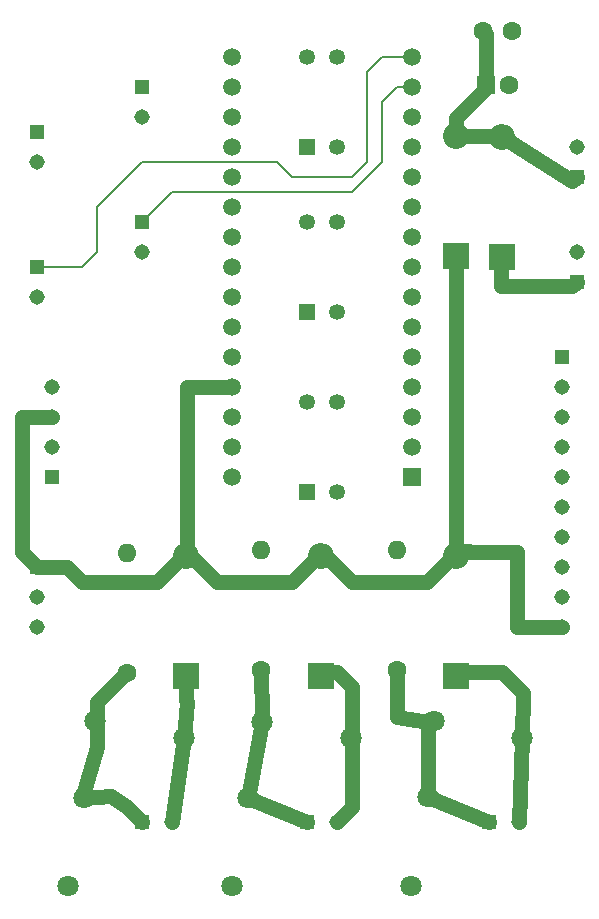
<source format=gbr>
G04 #@! TF.GenerationSoftware,KiCad,Pcbnew,5.1.6-c6e7f7d~87~ubuntu18.04.1*
G04 #@! TF.CreationDate,2020-07-27T15:47:09+09:00*
G04 #@! TF.ProjectId,001,3030312e-6b69-4636-9164-5f7063625858,rev?*
G04 #@! TF.SameCoordinates,Original*
G04 #@! TF.FileFunction,Copper,L1,Top*
G04 #@! TF.FilePolarity,Positive*
%FSLAX46Y46*%
G04 Gerber Fmt 4.6, Leading zero omitted, Abs format (unit mm)*
G04 Created by KiCad (PCBNEW 5.1.6-c6e7f7d~87~ubuntu18.04.1) date 2020-07-27 15:47:09*
%MOMM*%
%LPD*%
G01*
G04 APERTURE LIST*
G04 #@! TA.AperFunction,ComponentPad*
%ADD10O,2.200000X2.200000*%
G04 #@! TD*
G04 #@! TA.AperFunction,ComponentPad*
%ADD11R,2.200000X2.200000*%
G04 #@! TD*
G04 #@! TA.AperFunction,ComponentPad*
%ADD12C,1.800000*%
G04 #@! TD*
G04 #@! TA.AperFunction,ComponentPad*
%ADD13C,1.508000*%
G04 #@! TD*
G04 #@! TA.AperFunction,ComponentPad*
%ADD14R,1.508000X1.508000*%
G04 #@! TD*
G04 #@! TA.AperFunction,ComponentPad*
%ADD15C,1.308000*%
G04 #@! TD*
G04 #@! TA.AperFunction,ComponentPad*
%ADD16R,1.308000X1.308000*%
G04 #@! TD*
G04 #@! TA.AperFunction,ComponentPad*
%ADD17C,1.350000*%
G04 #@! TD*
G04 #@! TA.AperFunction,ComponentPad*
%ADD18R,1.350000X1.350000*%
G04 #@! TD*
G04 #@! TA.AperFunction,ComponentPad*
%ADD19C,1.600000*%
G04 #@! TD*
G04 #@! TA.AperFunction,ComponentPad*
%ADD20R,1.600000X1.600000*%
G04 #@! TD*
G04 #@! TA.AperFunction,ComponentPad*
%ADD21O,1.600000X1.600000*%
G04 #@! TD*
G04 #@! TA.AperFunction,Conductor*
%ADD22C,1.250000*%
G04 #@! TD*
G04 #@! TA.AperFunction,Conductor*
%ADD23C,1.270000*%
G04 #@! TD*
G04 #@! TA.AperFunction,Conductor*
%ADD24C,0.152400*%
G04 #@! TD*
G04 APERTURE END LIST*
D10*
G04 #@! TO.P,D5,2*
G04 #@! TO.N,/5V_MPU*
X138430000Y-113030000D03*
D11*
G04 #@! TO.P,D5,1*
G04 #@! TO.N,Net-(CN7-PadP$2)*
X138430000Y-123190000D03*
G04 #@! TD*
D10*
G04 #@! TO.P,D4,2*
G04 #@! TO.N,/5V_MPU*
X149860000Y-113030000D03*
D11*
G04 #@! TO.P,D4,1*
G04 #@! TO.N,Net-(CN6-PadP$2)*
X149860000Y-123190000D03*
G04 #@! TD*
D10*
G04 #@! TO.P,D3,2*
G04 #@! TO.N,/5V_MPU*
X161290000Y-113030000D03*
D11*
G04 #@! TO.P,D3,1*
G04 #@! TO.N,Net-(CN5-PadP$2)*
X161290000Y-123190000D03*
G04 #@! TD*
D10*
G04 #@! TO.P,D2,2*
G04 #@! TO.N,/5V_M*
X165176200Y-77495400D03*
D11*
G04 #@! TO.P,D2,1*
G04 #@! TO.N,/5V_JDV*
X165176200Y-87655400D03*
G04 #@! TD*
D10*
G04 #@! TO.P,D1,2*
G04 #@! TO.N,/5V_M*
X161290000Y-77470000D03*
D11*
G04 #@! TO.P,D1,1*
G04 #@! TO.N,/5V_MPU*
X161290000Y-87630000D03*
G04 #@! TD*
D12*
G04 #@! TO.P,RV6,2*
G04 #@! TO.N,GND*
X128444800Y-140951600D03*
G04 #@! TO.P,RV6,1*
G04 #@! TO.N,Net-(CN7-PadP$1)*
X129844800Y-133451600D03*
G04 #@! TD*
G04 #@! TO.P,RV1,2*
G04 #@! TO.N,Net-(CN5-PadP$1)*
X159428800Y-126971600D03*
G04 #@! TO.P,RV1,1*
G04 #@! TO.N,Net-(CN5-PadP$2)*
X166928800Y-128371600D03*
G04 #@! TD*
G04 #@! TO.P,RV2,2*
G04 #@! TO.N,GND*
X157505400Y-140919200D03*
G04 #@! TO.P,RV2,1*
G04 #@! TO.N,Net-(CN5-PadP$1)*
X158905400Y-133419200D03*
G04 #@! TD*
G04 #@! TO.P,RV3,2*
G04 #@! TO.N,Net-(CN6-PadP$1)*
X144874600Y-127022400D03*
G04 #@! TO.P,RV3,1*
G04 #@! TO.N,Net-(CN6-PadP$2)*
X152374600Y-128422400D03*
G04 #@! TD*
G04 #@! TO.P,RV4,2*
G04 #@! TO.N,GND*
X142313200Y-140977000D03*
G04 #@! TO.P,RV4,1*
G04 #@! TO.N,Net-(CN6-PadP$1)*
X143713200Y-133477000D03*
G04 #@! TD*
G04 #@! TO.P,RV5,2*
G04 #@! TO.N,Net-(CN7-PadP$1)*
X130777600Y-126997000D03*
G04 #@! TO.P,RV5,1*
G04 #@! TO.N,Net-(CN7-PadP$2)*
X138277600Y-128397000D03*
G04 #@! TD*
D13*
G04 #@! TO.P,M1,J2.15*
G04 #@! TO.N,Net-(CN10-PadP$1)*
X142316100Y-70708600D03*
G04 #@! TO.P,M1,J2.14*
G04 #@! TO.N,3V3*
X142316100Y-73248600D03*
G04 #@! TO.P,M1,J2.13*
G04 #@! TO.N,Net-(M1-PadJ2.13)*
X142316100Y-75788600D03*
G04 #@! TO.P,M1,J1.15*
G04 #@! TO.N,Net-(CN8-PadP$1)*
X157556100Y-70708600D03*
G04 #@! TO.P,M1,J1.14*
G04 #@! TO.N,Net-(CN9-PadP$1)*
X157556100Y-73248600D03*
G04 #@! TO.P,M1,J1.13*
G04 #@! TO.N,Net-(CN11-PadP$1)*
X157556100Y-75788600D03*
G04 #@! TO.P,M1,J2.7*
G04 #@! TO.N,Net-(CN4-PadP$1)*
X142316100Y-91028600D03*
G04 #@! TO.P,M1,J2.10*
G04 #@! TO.N,Net-(M1-PadJ2.10)*
X142316100Y-83408600D03*
G04 #@! TO.P,M1,J2.12*
G04 #@! TO.N,Net-(CN12-PadP$2)*
X142316100Y-78328600D03*
G04 #@! TO.P,M1,J2.11*
G04 #@! TO.N,Net-(M1-PadJ2.11)*
X142316100Y-80868600D03*
G04 #@! TO.P,M1,J2.9*
G04 #@! TO.N,Net-(M1-PadJ2.9)*
X142316100Y-85948600D03*
G04 #@! TO.P,M1,J2.8*
G04 #@! TO.N,Net-(CN4-PadP$2)*
X142316100Y-88488600D03*
G04 #@! TO.P,M1,J2.6*
G04 #@! TO.N,Net-(M1-PadJ2.6)*
X142316100Y-93568600D03*
G04 #@! TO.P,M1,J2.5*
G04 #@! TO.N,Net-(M1-PadJ2.5)*
X142316100Y-96108600D03*
G04 #@! TO.P,M1,J2.4*
G04 #@! TO.N,/5V_MPU*
X142316100Y-98648600D03*
G04 #@! TO.P,M1,J2.3*
G04 #@! TO.N,Net-(M1-PadJ2.3)*
X142316100Y-101188600D03*
G04 #@! TO.P,M1,J2.2*
G04 #@! TO.N,GND*
X142316100Y-103728600D03*
G04 #@! TO.P,M1,J2.1*
G04 #@! TO.N,VIN*
X142316100Y-106268600D03*
G04 #@! TO.P,M1,J1.12*
G04 #@! TO.N,Net-(M1-PadJ1.12)*
X157556100Y-78328600D03*
G04 #@! TO.P,M1,J1.11*
G04 #@! TO.N,Net-(M1-PadJ1.11)*
X157556100Y-80868600D03*
G04 #@! TO.P,M1,J1.10*
G04 #@! TO.N,Net-(M1-PadJ1.10)*
X157556100Y-83408600D03*
G04 #@! TO.P,M1,J1.9*
G04 #@! TO.N,Net-(M1-PadJ1.9)*
X157556100Y-85948600D03*
G04 #@! TO.P,M1,J1.8*
G04 #@! TO.N,Net-(CN3-PadP$2)*
X157556100Y-88488600D03*
G04 #@! TO.P,M1,J1.7*
G04 #@! TO.N,Net-(CN3-PadP$4)*
X157556100Y-91028600D03*
G04 #@! TO.P,M1,J1.6*
G04 #@! TO.N,Net-(CN3-PadP$6)*
X157556100Y-93568600D03*
G04 #@! TO.P,M1,J1.5*
G04 #@! TO.N,Net-(CN3-PadP$8)*
X157556100Y-96108600D03*
G04 #@! TO.P,M1,J1.4*
G04 #@! TO.N,GND*
X157556100Y-98648600D03*
G04 #@! TO.P,M1,J1.3*
G04 #@! TO.N,Net-(M1-PadJ1.3)*
X157556100Y-101188600D03*
G04 #@! TO.P,M1,J1.2*
G04 #@! TO.N,Net-(M1-PadJ1.2)*
X157556100Y-103728600D03*
D14*
G04 #@! TO.P,M1,J1.1*
G04 #@! TO.N,Net-(M1-PadJ1.1)*
X157556100Y-106268600D03*
G04 #@! TD*
D15*
G04 #@! TO.P,CN1,P$2*
G04 #@! TO.N,GND*
X171526100Y-78328600D03*
D16*
G04 #@! TO.P,CN1,P$1*
G04 #@! TO.N,/5V_M*
X171526100Y-80868600D03*
G04 #@! TD*
D15*
G04 #@! TO.P,CN5,P$2*
G04 #@! TO.N,Net-(CN5-PadP$2)*
X166624000Y-135478600D03*
D16*
G04 #@! TO.P,CN5,P$1*
G04 #@! TO.N,Net-(CN5-PadP$1)*
X164084000Y-135478600D03*
G04 #@! TD*
D15*
G04 #@! TO.P,CN6,P$2*
G04 #@! TO.N,Net-(CN6-PadP$2)*
X151206100Y-135478600D03*
D16*
G04 #@! TO.P,CN6,P$1*
G04 #@! TO.N,Net-(CN6-PadP$1)*
X148666100Y-135478600D03*
G04 #@! TD*
D15*
G04 #@! TO.P,CN3,P$10*
G04 #@! TO.N,/5V_MPU*
X170256100Y-118968600D03*
G04 #@! TO.P,CN3,P$9*
G04 #@! TO.N,Net-(CN3-PadP$8)*
X170256100Y-116428600D03*
G04 #@! TO.P,CN3,P$8*
X170256100Y-113888600D03*
G04 #@! TO.P,CN3,P$7*
G04 #@! TO.N,Net-(CN3-PadP$6)*
X170256100Y-111348600D03*
G04 #@! TO.P,CN3,P$6*
X170256100Y-108808600D03*
G04 #@! TO.P,CN3,P$5*
G04 #@! TO.N,Net-(CN3-PadP$4)*
X170256100Y-106268600D03*
G04 #@! TO.P,CN3,P$4*
X170256100Y-103728600D03*
G04 #@! TO.P,CN3,P$3*
G04 #@! TO.N,Net-(CN3-PadP$2)*
X170256100Y-101188600D03*
G04 #@! TO.P,CN3,P$2*
X170256100Y-98648600D03*
D16*
G04 #@! TO.P,CN3,P$1*
G04 #@! TO.N,Net-(CN3-PadP$1)*
X170256100Y-96108600D03*
G04 #@! TD*
D15*
G04 #@! TO.P,CN2,P$2*
G04 #@! TO.N,GND*
X171526100Y-87218600D03*
D16*
G04 #@! TO.P,CN2,P$1*
G04 #@! TO.N,/5V_JDV*
X171526100Y-89758600D03*
G04 #@! TD*
D15*
G04 #@! TO.P,CN8,P$2*
G04 #@! TO.N,GND*
X125806100Y-91028600D03*
D16*
G04 #@! TO.P,CN8,P$1*
G04 #@! TO.N,Net-(CN8-PadP$1)*
X125806100Y-88488600D03*
G04 #@! TD*
D17*
G04 #@! TO.P,U1,4*
G04 #@! TO.N,Net-(M1-PadJ1.1)*
X148666100Y-84678600D03*
G04 #@! TO.P,U1,3*
G04 #@! TO.N,GND*
X151206100Y-84678600D03*
G04 #@! TO.P,U1,2*
X151206100Y-92298600D03*
D18*
G04 #@! TO.P,U1,1*
G04 #@! TO.N,Net-(R1-Pad2)*
X148666100Y-92298600D03*
G04 #@! TD*
D17*
G04 #@! TO.P,U2,4*
G04 #@! TO.N,Net-(M1-PadJ1.2)*
X148666100Y-99918600D03*
G04 #@! TO.P,U2,3*
G04 #@! TO.N,GND*
X151206100Y-99918600D03*
G04 #@! TO.P,U2,2*
X151206100Y-107538600D03*
D18*
G04 #@! TO.P,U2,1*
G04 #@! TO.N,Net-(R2-Pad2)*
X148666100Y-107538600D03*
G04 #@! TD*
D15*
G04 #@! TO.P,CN4,P$4*
G04 #@! TO.N,GND*
X127076100Y-98648600D03*
G04 #@! TO.P,CN4,P$3*
G04 #@! TO.N,/5V_MPU*
X127076100Y-101188600D03*
G04 #@! TO.P,CN4,P$2*
G04 #@! TO.N,Net-(CN4-PadP$2)*
X127076100Y-103728600D03*
D16*
G04 #@! TO.P,CN4,P$1*
G04 #@! TO.N,Net-(CN4-PadP$1)*
X127076100Y-106268600D03*
G04 #@! TD*
D15*
G04 #@! TO.P,CN9,P$2*
G04 #@! TO.N,GND*
X134696100Y-87218600D03*
D16*
G04 #@! TO.P,CN9,P$1*
G04 #@! TO.N,Net-(CN9-PadP$1)*
X134696100Y-84678600D03*
G04 #@! TD*
D15*
G04 #@! TO.P,CN11,P$2*
G04 #@! TO.N,GND*
X134696100Y-75788600D03*
D16*
G04 #@! TO.P,CN11,P$1*
G04 #@! TO.N,Net-(CN11-PadP$1)*
X134696100Y-73248600D03*
G04 #@! TD*
D15*
G04 #@! TO.P,CN12,P$3*
G04 #@! TO.N,GND*
X125806100Y-118968600D03*
G04 #@! TO.P,CN12,P$2*
G04 #@! TO.N,Net-(CN12-PadP$2)*
X125806100Y-116428600D03*
D16*
G04 #@! TO.P,CN12,P$1*
G04 #@! TO.N,/5V_MPU*
X125806100Y-113888600D03*
G04 #@! TD*
D17*
G04 #@! TO.P,U3,4*
G04 #@! TO.N,Net-(M1-PadJ1.12)*
X148666100Y-70708600D03*
G04 #@! TO.P,U3,3*
G04 #@! TO.N,GND*
X151206100Y-70708600D03*
G04 #@! TO.P,U3,2*
X151206100Y-78328600D03*
D18*
G04 #@! TO.P,U3,1*
G04 #@! TO.N,Net-(R3-Pad2)*
X148666100Y-78328600D03*
G04 #@! TD*
D15*
G04 #@! TO.P,CN7,P$2*
G04 #@! TO.N,Net-(CN7-PadP$2)*
X137236100Y-135478600D03*
D16*
G04 #@! TO.P,CN7,P$1*
G04 #@! TO.N,Net-(CN7-PadP$1)*
X134696100Y-135478600D03*
G04 #@! TD*
D15*
G04 #@! TO.P,CN10,P$2*
G04 #@! TO.N,GND*
X125806100Y-79598600D03*
D16*
G04 #@! TO.P,CN10,P$1*
G04 #@! TO.N,Net-(CN10-PadP$1)*
X125806100Y-77058600D03*
G04 #@! TD*
D19*
G04 #@! TO.P,C2,1*
G04 #@! TO.N,/5V_M*
X163576000Y-68580000D03*
G04 #@! TO.P,C2,2*
G04 #@! TO.N,GND*
X166076000Y-68580000D03*
G04 #@! TD*
D20*
G04 #@! TO.P,C1,1*
G04 #@! TO.N,/5V_M*
X163830000Y-73152000D03*
D19*
G04 #@! TO.P,C1,2*
G04 #@! TO.N,GND*
X165830000Y-73152000D03*
G04 #@! TD*
D21*
G04 #@! TO.P,R1,2*
G04 #@! TO.N,Net-(R1-Pad2)*
X156286100Y-112522000D03*
D19*
G04 #@! TO.P,R1,1*
G04 #@! TO.N,Net-(CN5-PadP$1)*
X156286100Y-122682000D03*
G04 #@! TD*
G04 #@! TO.P,R2,1*
G04 #@! TO.N,Net-(CN6-PadP$1)*
X144780000Y-122682000D03*
D21*
G04 #@! TO.P,R2,2*
G04 #@! TO.N,Net-(R2-Pad2)*
X144780000Y-112522000D03*
G04 #@! TD*
D19*
G04 #@! TO.P,R3,1*
G04 #@! TO.N,Net-(CN7-PadP$1)*
X133426100Y-122936000D03*
D21*
G04 #@! TO.P,R3,2*
G04 #@! TO.N,Net-(R3-Pad2)*
X133426100Y-112776000D03*
G04 #@! TD*
D22*
G04 #@! TO.N,/5V_M*
X161290000Y-75946000D02*
X163830000Y-73406000D01*
X161290000Y-77470000D02*
X161290000Y-75946000D01*
X163830000Y-68834000D02*
X163576000Y-68580000D01*
X163830000Y-73406000D02*
X163830000Y-68834000D01*
X161290000Y-77470000D02*
X165100000Y-77470000D01*
X171114700Y-81280000D02*
X171526100Y-80868600D01*
X165100000Y-77470000D02*
X171114700Y-81280000D01*
D23*
G04 #@! TO.N,Net-(CN5-PadP$2)*
X166994750Y-124597250D02*
X166928800Y-128371600D01*
X161366100Y-122778600D02*
X165176100Y-122778600D01*
X165176100Y-122778600D02*
X166994750Y-124597250D01*
X166928800Y-128371600D02*
X166624000Y-135478600D01*
G04 #@! TO.N,Net-(CN5-PadP$1)*
X158905400Y-127495000D02*
X158905400Y-133419200D01*
X159428800Y-126971600D02*
X158905400Y-127495000D01*
X158905400Y-133419200D02*
X164084000Y-135478600D01*
X158443100Y-126971600D02*
X159428800Y-126971600D01*
X156286100Y-122682000D02*
X156286100Y-126588600D01*
X156286100Y-126588600D02*
X158443100Y-126971600D01*
G04 #@! TO.N,Net-(CN6-PadP$2)*
X152476100Y-126588600D02*
X152476100Y-124048600D01*
X149936100Y-122778600D02*
X151206100Y-122778600D01*
X152476100Y-124048600D02*
X151206100Y-122778600D01*
X151206100Y-135478600D02*
X152476100Y-134208600D01*
X152476100Y-126588600D02*
X152476100Y-134208600D01*
G04 #@! TO.N,Net-(CN6-PadP$1)*
X143713200Y-133477000D02*
X148666100Y-135478600D01*
X144874600Y-127022400D02*
X143713200Y-133477000D01*
X144856100Y-126588600D02*
X144874600Y-127022400D01*
X144780000Y-122682000D02*
X144856100Y-126588600D01*
D24*
G04 #@! TO.N,Net-(CN8-PadP$1)*
X129616100Y-88488600D02*
X130886100Y-87218600D01*
X130886100Y-87218600D02*
X130886100Y-83408600D01*
X130886100Y-83408600D02*
X134696100Y-79598600D01*
X134696100Y-79598600D02*
X146126100Y-79598600D01*
X146126100Y-79598600D02*
X147396100Y-80868600D01*
X147396100Y-80868600D02*
X152476100Y-80868600D01*
X152476100Y-80868600D02*
X153746100Y-79598600D01*
X153746100Y-79598600D02*
X153746100Y-71978600D01*
X153746100Y-71978600D02*
X155016100Y-70708600D01*
X155016100Y-70708600D02*
X157556100Y-70708600D01*
X125806100Y-88488600D02*
X129616100Y-88488600D01*
G04 #@! TO.N,Net-(CN9-PadP$1)*
X134696100Y-84678600D02*
X137236100Y-82138600D01*
X137236100Y-82138600D02*
X152476100Y-82138600D01*
X152476100Y-82138600D02*
X155016100Y-79598600D01*
X155016100Y-79598600D02*
X155016100Y-74518600D01*
X155016100Y-74518600D02*
X156286100Y-73248600D01*
X156286100Y-73248600D02*
X157556100Y-73248600D01*
D23*
G04 #@! TO.N,Net-(CN7-PadP$1)*
X133426100Y-122778600D02*
X130886100Y-125318600D01*
X133426100Y-134208600D02*
X134696100Y-135478600D01*
X129670000Y-133470000D02*
X132080000Y-133350000D01*
X132080000Y-133350000D02*
X133426100Y-134208600D01*
X130886100Y-129128600D02*
X129670000Y-133470000D01*
X130886100Y-125318600D02*
X130886100Y-129128600D01*
G04 #@! TO.N,Net-(CN7-PadP$2)*
X138430000Y-122682000D02*
X138430000Y-125222000D01*
X138310000Y-128400000D02*
X137236100Y-135478600D01*
X138506100Y-125318600D02*
X138310000Y-128400000D01*
D22*
G04 #@! TO.N,/5V_JDV*
X165100000Y-87630000D02*
X165100000Y-90170000D01*
X171114700Y-90170000D02*
X171526100Y-89758600D01*
X165100000Y-90170000D02*
X171114700Y-90170000D01*
D23*
G04 #@! TO.N,/5V_MPU*
X166446100Y-112618600D02*
X166446100Y-118968600D01*
X166446100Y-118968600D02*
X170256100Y-118968600D01*
X161366100Y-112618600D02*
X158826100Y-115158600D01*
X149936100Y-112618600D02*
X152476100Y-115158600D01*
X158826100Y-115158600D02*
X152476100Y-115158600D01*
X149936100Y-112618600D02*
X147396100Y-115158600D01*
X147396100Y-115158600D02*
X141046100Y-115158600D01*
X141046100Y-115158600D02*
X138506100Y-112618600D01*
X138506100Y-112618600D02*
X135966100Y-115158600D01*
X135966100Y-115158600D02*
X129616100Y-115158600D01*
X129616100Y-115158600D02*
X128346100Y-113888600D01*
X128346100Y-113888600D02*
X125806100Y-113888600D01*
X125806100Y-113888600D02*
X124536100Y-112618600D01*
X124536100Y-112618600D02*
X124536100Y-101188600D01*
X124536100Y-101188600D02*
X127076100Y-101188600D01*
X142316100Y-98648600D02*
X138506100Y-98648600D01*
X138506100Y-98648600D02*
X138506100Y-112618600D01*
X162971400Y-112618600D02*
X166446100Y-112618600D01*
X161366100Y-112618600D02*
X162971400Y-112618600D01*
D22*
X161290000Y-96520000D02*
X161290000Y-97790000D01*
X161290000Y-96520000D02*
X161290000Y-87630000D01*
X161290000Y-109220000D02*
X161290000Y-96520000D01*
X162971400Y-112618600D02*
X161290000Y-112522000D01*
X161290000Y-112522000D02*
X161290000Y-109220000D01*
G04 #@! TD*
M02*

</source>
